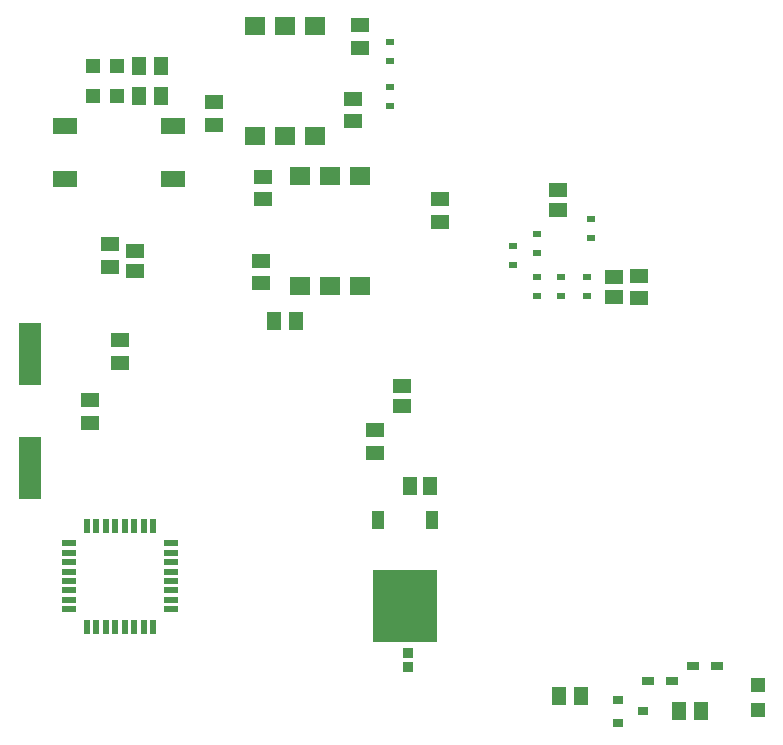
<source format=gtp>
G75*
%MOIN*%
%OFA0B0*%
%FSLAX25Y25*%
%IPPOS*%
%LPD*%
%AMOC8*
5,1,8,0,0,1.08239X$1,22.5*
%
%ADD10R,0.05906X0.05118*%
%ADD11R,0.05118X0.05906*%
%ADD12R,0.03150X0.02362*%
%ADD13R,0.03937X0.03150*%
%ADD14R,0.02200X0.05000*%
%ADD15R,0.05000X0.02200*%
%ADD16R,0.07008X0.05984*%
%ADD17R,0.03543X0.03150*%
%ADD18R,0.05118X0.06299*%
%ADD19R,0.06299X0.05118*%
%ADD20R,0.03543X0.03346*%
%ADD21R,0.07600X0.21000*%
%ADD22R,0.08300X0.05500*%
%ADD23R,0.04724X0.04724*%
%ADD24R,0.21260X0.24409*%
%ADD25R,0.03937X0.06299*%
D10*
X0079018Y0136362D03*
X0079018Y0143842D03*
X0089018Y0156362D03*
X0089018Y0163842D03*
X0094018Y0186756D03*
X0094018Y0193449D03*
X0183018Y0148449D03*
X0183018Y0141756D03*
X0253518Y0178256D03*
X0253518Y0184949D03*
X0235018Y0207256D03*
X0235018Y0213949D03*
D11*
X0192364Y0115102D03*
X0185671Y0115102D03*
D12*
X0228018Y0178452D03*
X0228018Y0184752D03*
X0236018Y0184752D03*
X0236018Y0178452D03*
X0244518Y0178452D03*
X0244518Y0184752D03*
X0246018Y0197952D03*
X0246018Y0204252D03*
X0228018Y0199252D03*
X0228018Y0192952D03*
X0220018Y0195252D03*
X0220018Y0188952D03*
X0179018Y0241952D03*
X0179018Y0248252D03*
X0179018Y0256952D03*
X0179018Y0263252D03*
D13*
X0280081Y0055102D03*
X0272955Y0050102D03*
X0265081Y0050102D03*
X0287955Y0055102D03*
D14*
X0077994Y0068202D03*
X0081144Y0068202D03*
X0084293Y0068202D03*
X0087443Y0068202D03*
X0090593Y0068202D03*
X0093742Y0068202D03*
X0096892Y0068202D03*
X0100041Y0068202D03*
X0100041Y0102002D03*
X0096892Y0102002D03*
X0093742Y0102002D03*
X0090593Y0102002D03*
X0087443Y0102002D03*
X0084293Y0102002D03*
X0081144Y0102002D03*
X0077994Y0102002D03*
D15*
X0072118Y0096126D03*
X0072118Y0092976D03*
X0072118Y0089826D03*
X0072118Y0086677D03*
X0072118Y0083527D03*
X0072118Y0080378D03*
X0072118Y0077228D03*
X0072118Y0074078D03*
X0105918Y0074078D03*
X0105918Y0077228D03*
X0105918Y0080378D03*
X0105918Y0083527D03*
X0105918Y0086677D03*
X0105918Y0089826D03*
X0105918Y0092976D03*
X0105918Y0096126D03*
D16*
X0149018Y0181815D03*
X0159018Y0181815D03*
X0169018Y0181815D03*
X0169018Y0218389D03*
X0159018Y0218389D03*
X0149018Y0218389D03*
X0154018Y0231815D03*
X0144018Y0231815D03*
X0134018Y0231815D03*
X0134018Y0268389D03*
X0144018Y0268389D03*
X0154018Y0268389D03*
D17*
X0255081Y0043842D03*
X0255081Y0036362D03*
X0263349Y0040102D03*
D18*
X0275278Y0040102D03*
X0282758Y0040102D03*
X0242758Y0045102D03*
X0235278Y0045102D03*
X0147758Y0170102D03*
X0140278Y0170102D03*
X0102758Y0245102D03*
X0095278Y0245102D03*
X0095278Y0255102D03*
X0102758Y0255102D03*
D19*
X0120199Y0243055D03*
X0120199Y0235575D03*
X0136518Y0218342D03*
X0136518Y0210862D03*
X0136018Y0190342D03*
X0136018Y0182862D03*
X0085518Y0188362D03*
X0085518Y0195842D03*
X0166518Y0236862D03*
X0166518Y0244342D03*
X0169018Y0261362D03*
X0169018Y0268842D03*
X0195518Y0210842D03*
X0195518Y0203362D03*
X0262018Y0185342D03*
X0262018Y0177862D03*
X0174018Y0133842D03*
X0174018Y0126362D03*
D20*
X0185018Y0059386D03*
X0185018Y0054819D03*
D21*
X0059018Y0121102D03*
X0059018Y0159102D03*
D22*
X0070618Y0217402D03*
X0070618Y0235102D03*
X0106518Y0235102D03*
X0106518Y0217402D03*
D23*
X0088152Y0245102D03*
X0079884Y0245102D03*
X0079884Y0255102D03*
X0088152Y0255102D03*
X0301518Y0048736D03*
X0301518Y0040468D03*
D24*
X0184018Y0075260D03*
D25*
X0192994Y0104000D03*
X0175041Y0104000D03*
M02*

</source>
